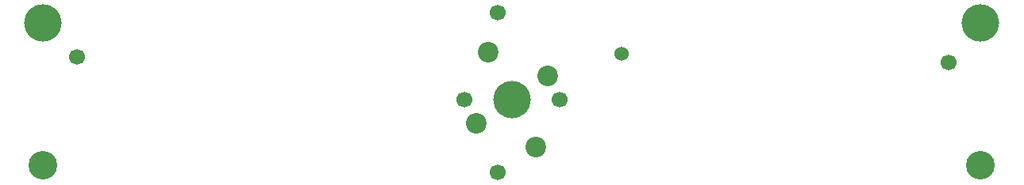
<source format=gbr>
G04 #@! TF.GenerationSoftware,KiCad,Pcbnew,(6.0.1)*
G04 #@! TF.CreationDate,2022-02-17T12:15:03-06:00*
G04 #@! TF.ProjectId,Space Hand Wire Helpers,53706163-6520-4486-916e-642057697265,rev?*
G04 #@! TF.SameCoordinates,Original*
G04 #@! TF.FileFunction,Soldermask,Bot*
G04 #@! TF.FilePolarity,Negative*
%FSLAX46Y46*%
G04 Gerber Fmt 4.6, Leading zero omitted, Abs format (unit mm)*
G04 Created by KiCad (PCBNEW (6.0.1)) date 2022-02-17 12:15:03*
%MOMM*%
%LPD*%
G01*
G04 APERTURE LIST*
%ADD10C,1.700000*%
%ADD11C,1.524000*%
%ADD12C,4.000000*%
%ADD13C,2.200000*%
%ADD14C,3.050000*%
G04 APERTURE END LIST*
D10*
X193528000Y-92104000D03*
X100538000Y-91544000D03*
X145398000Y-86834000D03*
X145398000Y-103934000D03*
D11*
X158598000Y-91234000D03*
D10*
X152019000Y-96139000D03*
X141859000Y-96139000D03*
D12*
X146939000Y-96139000D03*
D13*
X144399000Y-91059000D03*
X150749000Y-93599000D03*
D10*
X141859000Y-96139000D03*
D12*
X196939000Y-87899000D03*
X146939000Y-96139000D03*
D10*
X152019000Y-96139000D03*
D14*
X96939000Y-103139000D03*
D12*
X96939000Y-87899000D03*
D14*
X196939000Y-103139000D03*
D13*
X149479000Y-101219000D03*
X143129000Y-98679000D03*
M02*

</source>
